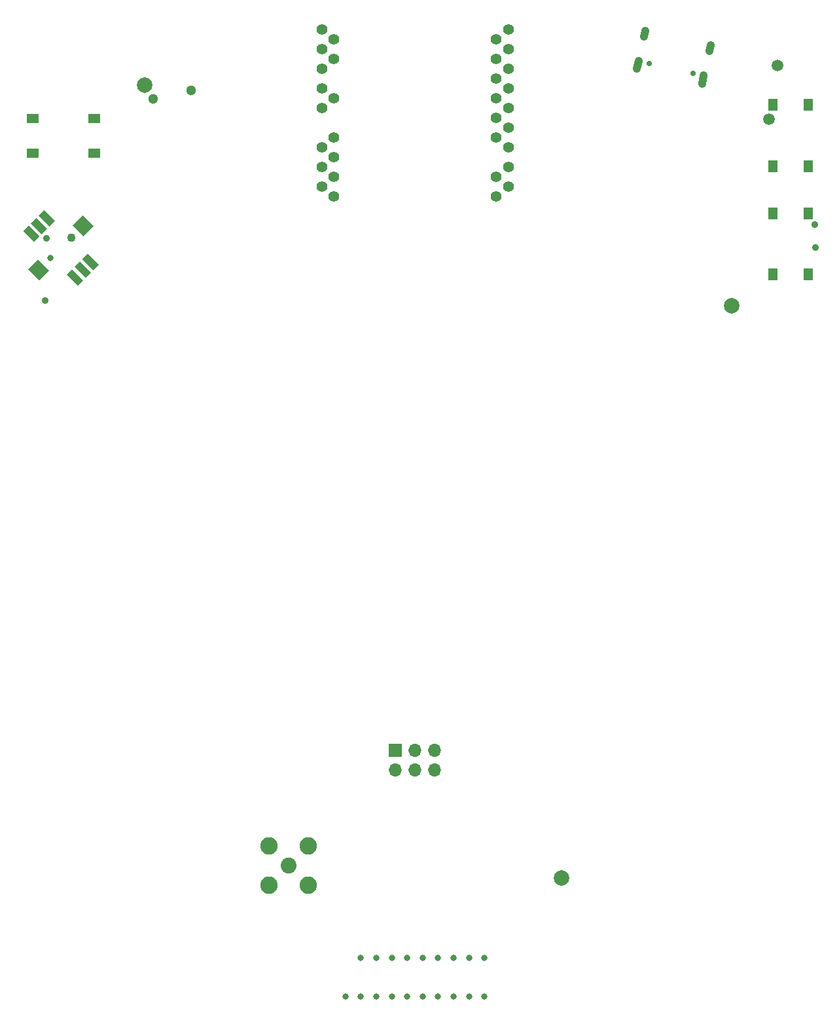
<source format=gbr>
G04 #@! TF.GenerationSoftware,KiCad,Pcbnew,5.99.0-unknown-r17145-8bd2765f*
G04 #@! TF.CreationDate,2019-12-03T04:13:14+08:00*
G04 #@! TF.ProjectId,tr20,74723230-2e6b-4696-9361-645f70636258,rev?*
G04 #@! TF.SameCoordinates,Original*
G04 #@! TF.FileFunction,Soldermask,Top*
G04 #@! TF.FilePolarity,Negative*
%FSLAX46Y46*%
G04 Gerber Fmt 4.6, Leading zero omitted, Abs format (unit mm)*
G04 Created by KiCad (PCBNEW 5.99.0-unknown-r17145-8bd2765f) date 2019-12-03 04:13:14*
%MOMM*%
%LPD*%
G04 APERTURE LIST*
%ADD10R,1.550000X1.300000*%
%ADD11R,1.300000X1.550000*%
%ADD12C,2.050000*%
%ADD13C,2.250000*%
%ADD14C,1.100000*%
%ADD15C,0.800000*%
%ADD16C,1.300000*%
%ADD17C,2.000000*%
%ADD18C,0.900000*%
%ADD19O,1.700000X1.700000*%
%ADD20R,1.700000X1.700000*%
%ADD21C,1.400000*%
%ADD22C,0.650000*%
%ADD23C,1.000000*%
%ADD24C,1.500000*%
G04 APERTURE END LIST*
D10*
X-49475000Y121250000D03*
X-41525000Y121250000D03*
X-49475000Y116750000D03*
X-41525000Y116750000D03*
D11*
X46350000Y115025000D03*
X46350000Y122975000D03*
X50850000Y115025000D03*
X50850000Y122975000D03*
X46350000Y101025000D03*
X46350000Y108975000D03*
X50850000Y101025000D03*
X50850000Y108975000D03*
D12*
X-16344900Y24576900D03*
D13*
X-18884900Y27116900D03*
X-18884900Y22036900D03*
X-13804900Y22036900D03*
X-13804900Y27116900D03*
D14*
X-44454466Y105841526D03*
D15*
X-47141472Y103154520D03*
G36*
X-41590684Y107291093D02*
G01*
X-42863476Y106018301D01*
X-44277690Y107432515D01*
X-43004898Y108705307D01*
X-41590684Y107291093D01*
G37*
G36*
X-47318248Y101563530D02*
G01*
X-48591040Y100290738D01*
X-50005254Y101704952D01*
X-48732462Y102977744D01*
X-47318248Y101563530D01*
G37*
G36*
X-48573363Y105965270D02*
G01*
X-49280470Y105258163D01*
X-50694683Y106672376D01*
X-49987576Y107379483D01*
X-48573363Y105965270D01*
G37*
G36*
X-47565736Y106972897D02*
G01*
X-48272843Y106265790D01*
X-49687056Y107680003D01*
X-48979949Y108387110D01*
X-47565736Y106972897D01*
G37*
G36*
X-46558109Y107980524D02*
G01*
X-47265216Y107273417D01*
X-48679429Y108687630D01*
X-47972322Y109394737D01*
X-46558109Y107980524D01*
G37*
G36*
X-40901255Y102323670D02*
G01*
X-41608362Y101616563D01*
X-43022575Y103030776D01*
X-42315468Y103737883D01*
X-40901255Y102323670D01*
G37*
G36*
X-42916509Y100308415D02*
G01*
X-43623616Y99601308D01*
X-45037829Y101015521D01*
X-44330722Y101722628D01*
X-42916509Y100308415D01*
G37*
G36*
X-41908882Y101316043D02*
G01*
X-42615989Y100608936D01*
X-44030202Y102023149D01*
X-43323095Y102730256D01*
X-41908882Y101316043D01*
G37*
D16*
X-28964075Y124862378D03*
X-33835925Y123737622D03*
D17*
X19000000Y23000000D03*
X41000000Y97000000D03*
X-35000000Y125500000D03*
D18*
X51737850Y107493772D03*
X51842548Y104495600D03*
D19*
X2540000Y36960000D03*
X2540000Y39500000D03*
X0Y36960000D03*
X0Y39500000D03*
X-2540000Y36960000D03*
D20*
X-2540000Y39500000D03*
D15*
X-7000000Y7677000D03*
X-7000000Y12677000D03*
X-9000000Y7677000D03*
X9000000Y12677000D03*
X9000000Y7677000D03*
X-5000000Y12677000D03*
X-5000000Y7677000D03*
X-3000000Y12677000D03*
X-1000000Y12677000D03*
X-3000000Y7677000D03*
X-1000000Y7677000D03*
X7000000Y12677000D03*
X5000000Y7677000D03*
X1000000Y12677000D03*
X5000000Y12677000D03*
X3000000Y12677000D03*
X3000000Y7677000D03*
X1000000Y7677000D03*
X7000000Y7677000D03*
D21*
X-10495000Y128905000D03*
X10495000Y131445000D03*
X-12065000Y130175000D03*
X-12065000Y117475000D03*
X-10495000Y116205000D03*
X-10495000Y118745000D03*
X-12065000Y122555000D03*
X12065000Y117475000D03*
X12065000Y114935000D03*
X10495000Y118745000D03*
X-12065000Y114935000D03*
X-10495000Y123825000D03*
X-12065000Y125095000D03*
X-12065000Y127635000D03*
X-10495000Y131445000D03*
X-12065000Y132715000D03*
X12065000Y122555000D03*
X-12065000Y112395000D03*
X-10495000Y113665000D03*
X10495000Y113665000D03*
X12065000Y112395000D03*
X10495000Y111125000D03*
X-10495000Y111125000D03*
X10495000Y128905000D03*
X12065000Y130175000D03*
X10495000Y126365000D03*
X12065000Y127635000D03*
X10495000Y123825000D03*
X12065000Y125095000D03*
X12065000Y120015000D03*
X10495000Y121285000D03*
X12065000Y132715000D03*
D22*
X35971494Y127074490D02*
X35971494Y127074490D01*
X30328506Y128325510D02*
X30328506Y128325510D01*
D23*
X38244179Y130718979D02*
X38071027Y129937943D01*
X29808982Y132589018D02*
X29635830Y131807982D01*
X37378421Y126813796D02*
X37140337Y125739870D01*
X28943223Y128683834D02*
X28705139Y127609908D01*
D18*
X-47838389Y97717554D03*
X-47698770Y105716335D03*
D24*
X46873375Y128058612D03*
X45778333Y121144793D03*
M02*

</source>
